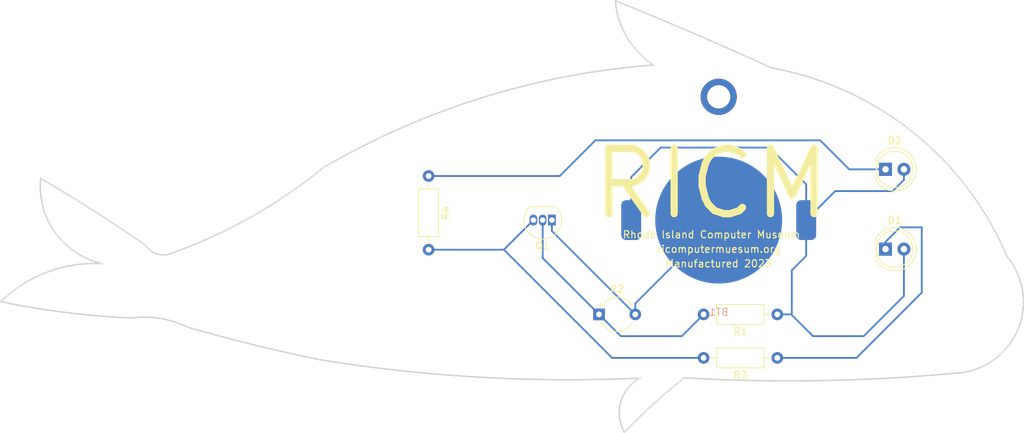
<source format=kicad_pcb>
(kicad_pcb (version 20211014) (generator pcbnew)
  (layers (0 "F.Cu" signal) (31 "B.Cu" signal) (34 "B.Paste" user) (35 "F.Paste" user) (36 "B.SilkS" user "B.Silkscreen") (37 "F.SilkS" user "F.Silkscreen") (38 "B.Mask" user) (39 "F.Mask" user) (44 "Edge.Cuts" user))
  (net 0 "")
  (net 1 "Net-(BT1-Pad1)")
  (net 2 "GND")
  (net 3 "Net-(D1-Pad1)")
  (net 4 "Net-(D2-Pad1)")
  (net 5 "Net-(Q1-Pad2)")
  (net 6 "Net-(Q1-Pad3)")
  (footprint "LED_THT:LED_D5.0mm" (layer "F.Cu") (at 153 80)
    (fp_text reference "D1" (at 1.27 -3.96) (layer "F.SilkS"))
    (fp_text value "LED")
    (fp_line (start -1.29 -1.545) (end -1.29 1.545) (layer "F.SilkS") (width 0.12))
    (fp_arc (start 4.26 -0.000462) (mid 2.072002 2.880433) (end -1.29 1.54483) (layer "F.SilkS") (width 0.12))
    (fp_arc (start -1.29 -1.54483) (mid 2.072002 -2.880433) (end 4.26 0.000462) (layer "F.SilkS") (width 0.12))
    (fp_circle (center 1.27 0) (end 3.77 0) (layer "F.SilkS") (width 0.12) (fill none))
    (pad "1" thru_hole rect (at 0 0) (size 1.8 1.8) (drill 0.9) (layers *.Cu *.Mask) (net 3 "Net-(D1-Pad1)"))
    (pad "2" thru_hole circle (at 2.54 0) (size 1.8 1.8) (drill 0.9) (layers *.Cu *.Mask) (net 1 "Net-(BT1-Pad1)"))
  )
  (footprint "Capacitor_THT:CP_Radial_Tantal_D4.5mm_P5.00mm" (layer "F.Cu") (at 113.5 89)
    (fp_text reference "R2" (at 2.5 -3.5) (layer "F.SilkS"))
    (fp_text value "R_Photo")
    (fp_line (start 0.187712 -1.56) (end 0.187712 -1.11) (layer "F.SilkS") (width 0.12))
    (fp_line (start -0.037288 -1.335) (end 0.412712 -1.335) (layer "F.SilkS") (width 0.12))
    (fp_arc (start 4.619741 1.06) (mid 2.5 2.37) (end 0.380259 1.06) (layer "F.SilkS") (width 0.12))
    (fp_arc (start 0.380259 -1.06) (mid 2.5 -2.37) (end 4.619741 -1.06) (layer "F.SilkS") (width 0.12))
    (pad "1" thru_hole rect (at 0 0) (size 1.6 1.6) (drill 0.8) (layers *.Cu *.Mask) (net 5 "Net-(Q1-Pad2)"))
    (pad "2" thru_hole circle (at 5 0) (size 1.6 1.6) (drill 0.8) (layers *.Cu *.Mask) (net 2 "GND"))
  )
  (footprint "Resistor_THT:R_Axial_DIN0207_L6.3mm_D2.5mm_P10.16mm_Horizontal" (layer "F.Cu") (at 138.08 89 180)
    (fp_text reference "R1" (at 5.08 -2.37) (layer "F.SilkS"))
    (fp_text value "R")
    (fp_line (start 9.12 0) (end 8.35 0) (layer "F.SilkS") (width 0.12))
    (fp_line (start 8.35 -1.37) (end 1.81 -1.37) (layer "F.SilkS") (width 0.12))
    (fp_line (start 1.81 -1.37) (end 1.81 1.37) (layer "F.SilkS") (width 0.12))
    (fp_line (start 1.04 0) (end 1.81 0) (layer "F.SilkS") (width 0.12))
    (fp_line (start 1.81 1.37) (end 8.35 1.37) (layer "F.SilkS") (width 0.12))
    (fp_line (start 8.35 1.37) (end 8.35 -1.37) (layer "F.SilkS") (width 0.12))
    (pad "1" thru_hole circle (at 0 0 180) (size 1.6 1.6) (drill 0.8) (layers *.Cu *.Mask) (net 1 "Net-(BT1-Pad1)"))
    (pad "2" thru_hole oval (at 10.16 0 180) (size 1.6 1.6) (drill 0.8) (layers *.Cu *.Mask) (net 5 "Net-(Q1-Pad2)"))
  )
  (footprint "Resistor_THT:R_Axial_DIN0207_L6.3mm_D2.5mm_P10.16mm_Horizontal" (layer "F.Cu") (at 90 69.92 -90)
    (fp_text reference "R4" (at 5.08 -2.37 90) (layer "F.SilkS"))
    (fp_text value "R")
    (fp_line (start 8.35 1.37) (end 8.35 -1.37) (layer "F.SilkS") (width 0.12))
    (fp_line (start 8.35 -1.37) (end 1.81 -1.37) (layer "F.SilkS") (width 0.12))
    (fp_line (start 1.04 0) (end 1.81 0) (layer "F.SilkS") (width 0.12))
    (fp_line (start 1.81 -1.37) (end 1.81 1.37) (layer "F.SilkS") (width 0.12))
    (fp_line (start 9.12 0) (end 8.35 0) (layer "F.SilkS") (width 0.12))
    (fp_line (start 1.81 1.37) (end 8.35 1.37) (layer "F.SilkS") (width 0.12))
    (pad "1" thru_hole circle (at 0 0 270) (size 1.6 1.6) (drill 0.8) (layers *.Cu *.Mask) (net 4 "Net-(D2-Pad1)"))
    (pad "2" thru_hole oval (at 10.16 0 270) (size 1.6 1.6) (drill 0.8) (layers *.Cu *.Mask) (net 6 "Net-(Q1-Pad3)"))
  )
  (footprint "Resistor_THT:R_Axial_DIN0207_L6.3mm_D2.5mm_P10.16mm_Horizontal" (layer "F.Cu") (at 138.08 95 180)
    (fp_text reference "R3" (at 5.08 -2.37) (layer "F.SilkS"))
    (fp_text value "R")
    (fp_line (start 8.35 1.37) (end 8.35 -1.37) (layer "F.SilkS") (width 0.12))
    (fp_line (start 9.12 0) (end 8.35 0) (layer "F.SilkS") (width 0.12))
    (fp_line (start 8.35 -1.37) (end 1.81 -1.37) (layer "F.SilkS") (width 0.12))
    (fp_line (start 1.81 -1.37) (end 1.81 1.37) (layer "F.SilkS") (width 0.12))
    (fp_line (start 1.81 1.37) (end 8.35 1.37) (layer "F.SilkS") (width 0.12))
    (fp_line (start 1.04 0) (end 1.81 0) (layer "F.SilkS") (width 0.12))
    (pad "1" thru_hole circle (at 0 0 180) (size 1.6 1.6) (drill 0.8) (layers *.Cu *.Mask) (net 3 "Net-(D1-Pad1)"))
    (pad "2" thru_hole oval (at 10.16 0 180) (size 1.6 1.6) (drill 0.8) (layers *.Cu *.Mask) (net 6 "Net-(Q1-Pad3)"))
  )
  (footprint "LED_THT:LED_D5.0mm" (layer "F.Cu") (at 153 69)
    (fp_text reference "D2" (at 1.27 -3.96) (layer "F.SilkS"))
    (fp_text value "LED")
    (fp_line (start -1.29 -1.545) (end -1.29 1.545) (layer "F.SilkS") (width 0.12))
    (fp_arc (start 4.26 -0.000462) (mid 2.072002 2.880433) (end -1.29 1.54483) (layer "F.SilkS") (width 0.12))
    (fp_arc (start -1.29 -1.54483) (mid 2.072002 -2.880433) (end 4.26 0.000462) (layer "F.SilkS") (width 0.12))
    (fp_circle (center 1.27 0) (end 3.77 0) (layer "F.SilkS") (width 0.12) (fill none))
    (pad "1" thru_hole rect (at 0 0) (size 1.8 1.8) (drill 0.9) (layers *.Cu *.Mask) (net 4 "Net-(D2-Pad1)"))
    (pad "2" thru_hole circle (at 2.54 0) (size 1.8 1.8) (drill 0.9) (layers *.Cu *.Mask) (net 1 "Net-(BT1-Pad1)"))
  )
  (footprint "Package_TO_SOT_THT:TO-92_Inline" (layer "F.Cu") (at 107 76 180)
    (fp_text reference "Q1" (at 1.27 -3.56) (layer "F.SilkS"))
    (fp_text value "2N3904")
    (fp_line (start -0.53 1.85) (end 3.07 1.85) (layer "F.SilkS") (width 0.12))
    (fp_arc (start 1.27 -2.6) (mid 3.672087 -0.994977) (end 3.108478 1.838478) (layer "F.SilkS") (width 0.12))
    (fp_arc (start -0.568478 1.838478) (mid -1.132087 -0.994977) (end 1.27 -2.6) (layer "F.SilkS") (width 0.12))
    (pad "1" thru_hole rect locked (at 0 0 180) (size 1.05 1.5) (drill 0.75) (layers *.Cu *.Mask) (net 2 "GND"))
    (pad "2" thru_hole oval locked (at 1.27 0 180) (size 1.05 1.5) (drill 0.75) (layers *.Cu *.Mask) (net 5 "Net-(Q1-Pad2)"))
    (pad "3" thru_hole oval locked (at 2.54 0 180) (size 1.05 1.5) (drill 0.75) (layers *.Cu *.Mask) (net 6 "Net-(Q1-Pad3)"))
  )
  (footprint "Battery:CR2032 retainer" (layer "B.Cu") (at 130 76 180)
    (fp_text reference "BT1" (at 0 -12.7 unlocked) (layer "B.SilkS") (effects (justify mirror)))
    (fp_text value "Battery")
    (pad "1" smd roundrect (at 12.065 0 180) (size 2.75 5.5) (layers "B.Cu" "B.Paste" "B.Mask") (net 1 "Net-(BT1-Pad1)"))
    (pad "1" smd roundrect (at -12.065 0 180) (size 2.75 5.5) (layers "B.Cu" "B.Paste" "B.Mask") (net 1 "Net-(BT1-Pad1)"))
    (pad "2" smd circle (at 0 0 180) (size 17.5 17.5) (layers "B.Cu" "B.Paste" "B.Mask") (net 2 "GND"))
  )
  (gr_arc (start 163.75 97) (mid 144.514595 98.124194) (end 125.25 97.75) (layer "Edge.Cuts") (width 0.2))
  (gr_arc (start 75.5 68.75) (mid 97.448224 59.101885) (end 121 54.615847) (layer "Edge.Cuts") (width 0.2))
  (gr_arc (start 121 54.615847) (mid 117.352438 50.788445) (end 115.75 45.75) (layer "Edge.Cuts") (width 0.2))
  (gr_arc (start 54.75 80.5) (mid 52.675705 80.696188) (end 51 79.5) (layer "Edge.Cuts") (width 0.2))
  (gr_arc (start 119.168858 97.786416) (mid 97.018838 97.660405) (end 75 95.25) (layer "Edge.Cuts") (width 0.2))
  (gr_arc (start 31 87.25) (mid 37.451893 83.163381) (end 45 82) (layer "Edge.Cuts") (width 0.2))
  (gr_arc (start 115.75 45.75) (mid 126.552529 50.252906) (end 137.25 55) (layer "Edge.Cuts") (width 0.2))
  (gr_arc (start 49 89.5) (mid 39.954954 88.735369) (end 31 87.25) (layer "Edge.Cuts") (width 0.2))
  (gr_arc (start 117 105.25) (mid 121.001657 101.364323) (end 125.25 97.75) (layer "Edge.Cuts") (width 0.2))
  (gr_arc (start 36.5 70.25) (mid 43.8425 74.73) (end 51 79.5) (layer "Edge.Cuts") (width 0.2))
  (gr_arc (start 49 89.5) (mid 52.966743 89.556192) (end 56.75 90.75) (layer "Edge.Cuts") (width 0.2))
  (gr_arc (start 75 95.25) (mid 65.83 93.182501) (end 56.75 90.75) (layer "Edge.Cuts") (width 0.2))
  (gr_arc (start 45 82) (mid 38.521842 77.736859) (end 36.5 70.25) (layer "Edge.Cuts") (width 0.2))
  (gr_arc (start 137.25 55) (mid 156.78601 63.892488) (end 169.75 81) (layer "Edge.Cuts") (width 0.2))
  (gr_arc (start 169.75 81) (mid 171.385868 90.73845) (end 163.75 97) (layer "Edge.Cuts") (width 0.2))
  (gr_arc (start 117 105.25) (mid 116.494053 101.056057) (end 119.168858 97.786416) (layer "Edge.Cuts") (width 0.2))
  (gr_arc (start 75.5 68.75) (mid 65.626442 75.510525) (end 54.75 80.5) (layer "Edge.Cuts") (width 0.2))
  (gr_text "RICM" (at 129 71) (layer "F.SilkS") (effects (font (size 9 9) (thickness 1))))
  (gr_text "Manufactured 2023\n" (at 130 82) (layer "F.SilkS") (effects (font (size 1 1))))
  (gr_text "Rhode Island Computer Museum\n" (at 129 78) (layer "F.SilkS") (effects (font (size 1 1))))
  (gr_text "ricomputermuesum.org" (at 130 80) (layer "F.SilkS") (effects (font (size 1 1))))
  (via (at 130 59) (size 5) (drill 3.2) (layers "F.Cu" "B.Cu") (net 0))
  (segment (start 117.935 70.065) (end 122 66) (width 0.25) (layer "B.Cu") (net 1))
  (segment (start 154 72) (end 155.54 70.46) (width 0.25) (layer "B.Cu") (net 1))
  (segment (start 155.54 70.46) (end 155.54 69) (width 0.25) (layer "B.Cu") (net 1))
  (segment (start 142.065 76) (end 146.065 72) (width 0.25) (layer "B.Cu") (net 1))
  (segment (start 140 89) (end 143 92) (width 0.25) (layer "B.Cu") (net 1))
  (segment (start 155.54 86.46) (end 155.54 80) (width 0.25) (layer "B.Cu") (net 1))
  (segment (start 140.08 88.92) (end 140 89) (width 0.25) (layer "B.Cu") (net 1))
  (segment (start 142.065 71.065) (end 142.065 76) (width 0.25) (layer "B.Cu") (net 1))
  (segment (start 147 92) (end 150 92) (width 0.25) (layer "B.Cu") (net 1))
  (segment (start 143 92) (end 147 92) (width 0.25) (layer "B.Cu") (net 1))
  (segment (start 142.065 76) (end 142.065 80.935) (width 0.25) (layer "B.Cu") (net 1))
  (segment (start 122 66) (end 137 66) (width 0.25) (layer "B.Cu") (net 1))
  (segment (start 146.065 72) (end 154 72) (width 0.25) (layer "B.Cu") (net 1))
  (segment (start 138.08 89) (end 140 89) (width 0.25) (layer "B.Cu") (net 1))
  (segment (start 137 66) (end 142.065 71.065) (width 0.25) (layer "B.Cu") (net 1))
  (segment (start 150 92) (end 155.54 86.46) (width 0.25) (layer "B.Cu") (net 1))
  (segment (start 142.065 80.935) (end 140.08 82.92) (width 0.25) (layer "B.Cu") (net 1))
  (segment (start 140.08 82.92) (end 140.08 88.92) (width 0.25) (layer "B.Cu") (net 1))
  (segment (start 117.935 76) (end 117.935 70.065) (width 0.25) (layer "B.Cu") (net 1))
  (segment (start 118.5 87.5) (end 130 76) (width 0.25) (layer "B.Cu") (net 2))
  (segment (start 118.5 89) (end 118.5 87.5) (width 0.25) (layer "B.Cu") (net 2))
  (segment (start 107 77.5) (end 118.5 89) (width 0.25) (layer "B.Cu") (net 2))
  (segment (start 107 76) (end 107 77.5) (width 0.25) (layer "B.Cu") (net 2))
  (segment (start 149 95) (end 158 86) (width 0.25) (layer "B.Cu") (net 3))
  (segment (start 158 77) (end 155 77) (width 0.25) (layer "B.Cu") (net 3))
  (segment (start 153 79) (end 153 80) (width 0.25) (layer "B.Cu") (net 3))
  (segment (start 138.08 95) (end 149 95) (width 0.25) (layer "B.Cu") (net 3))
  (segment (start 155 77) (end 153 79) (width 0.25) (layer "B.Cu") (net 3))
  (segment (start 158 86) (end 158 77) (width 0.25) (layer "B.Cu") (net 3))
  (segment (start 108.08 69.92) (end 90 69.92) (width 0.25) (layer "B.Cu") (net 4))
  (segment (start 153 69) (end 148 69) (width 0.25) (layer "B.Cu") (net 4))
  (segment (start 144 65) (end 113 65) (width 0.25) (layer "B.Cu") (net 4))
  (segment (start 113 65) (end 108.08 69.92) (width 0.25) (layer "B.Cu") (net 4))
  (segment (start 148 69) (end 144 65) (width 0.25) (layer "B.Cu") (net 4))
  (segment (start 113.5 89) (end 116.5 92) (width 0.25) (layer "B.Cu") (net 5))
  (segment (start 116.5 92) (end 124.92 92) (width 0.25) (layer "B.Cu") (net 5))
  (segment (start 105.73 76) (end 105.73 81.23) (width 0.25) (layer "B.Cu") (net 5))
  (segment (start 124.92 92) (end 127.92 89) (width 0.25) (layer "B.Cu") (net 5))
  (segment (start 105.73 81.23) (end 113.5 89) (width 0.25) (layer "B.Cu") (net 5))
  (segment (start 115.3 95) (end 100.38 80.08) (width 0.25) (layer "B.Cu") (net 6))
  (segment (start 100.38 80.08) (end 104.46 76) (width 0.25) (layer "B.Cu") (net 6))
  (segment (start 90 80.08) (end 100.38 80.08) (width 0.25) (layer "B.Cu") (net 6))
  (segment (start 127.92 95) (end 115.3 95) (width 0.25) (layer "B.Cu") (net 6))
)
</source>
